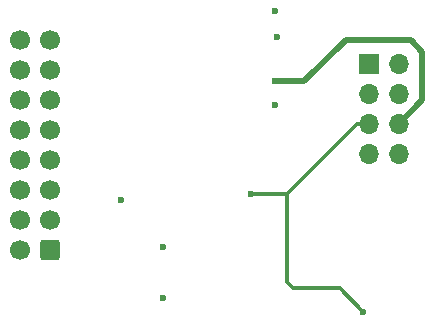
<source format=gbl>
%TF.GenerationSoftware,KiCad,Pcbnew,8.0.2*%
%TF.CreationDate,2024-09-09T09:37:27-05:00*%
%TF.ProjectId,wh3lk,7768336c-6b2e-46b6-9963-61645f706362,v2.0.0a*%
%TF.SameCoordinates,Original*%
%TF.FileFunction,Copper,L4,Bot*%
%TF.FilePolarity,Positive*%
%FSLAX46Y46*%
G04 Gerber Fmt 4.6, Leading zero omitted, Abs format (unit mm)*
G04 Created by KiCad (PCBNEW 8.0.2) date 2024-09-09 09:37:27*
%MOMM*%
%LPD*%
G01*
G04 APERTURE LIST*
G04 Aperture macros list*
%AMRoundRect*
0 Rectangle with rounded corners*
0 $1 Rounding radius*
0 $2 $3 $4 $5 $6 $7 $8 $9 X,Y pos of 4 corners*
0 Add a 4 corners polygon primitive as box body*
4,1,4,$2,$3,$4,$5,$6,$7,$8,$9,$2,$3,0*
0 Add four circle primitives for the rounded corners*
1,1,$1+$1,$2,$3*
1,1,$1+$1,$4,$5*
1,1,$1+$1,$6,$7*
1,1,$1+$1,$8,$9*
0 Add four rect primitives between the rounded corners*
20,1,$1+$1,$2,$3,$4,$5,0*
20,1,$1+$1,$4,$5,$6,$7,0*
20,1,$1+$1,$6,$7,$8,$9,0*
20,1,$1+$1,$8,$9,$2,$3,0*%
G04 Aperture macros list end*
%TA.AperFunction,ComponentPad*%
%ADD10R,1.700000X1.700000*%
%TD*%
%TA.AperFunction,ComponentPad*%
%ADD11O,1.700000X1.700000*%
%TD*%
%TA.AperFunction,ComponentPad*%
%ADD12RoundRect,0.250000X0.600000X0.600000X-0.600000X0.600000X-0.600000X-0.600000X0.600000X-0.600000X0*%
%TD*%
%TA.AperFunction,ComponentPad*%
%ADD13C,1.700000*%
%TD*%
%TA.AperFunction,ViaPad*%
%ADD14C,0.600000*%
%TD*%
%TA.AperFunction,Conductor*%
%ADD15C,0.500000*%
%TD*%
%TA.AperFunction,Conductor*%
%ADD16C,0.330000*%
%TD*%
G04 APERTURE END LIST*
D10*
%TO.P,J2,1,Pin_1*%
%TO.N,GND*%
X90960000Y-68500000D03*
D11*
%TO.P,J2,2,Pin_2*%
%TO.N,VREF-10*%
X93500000Y-68500000D03*
%TO.P,J2,3,Pin_3*%
%TO.N,+3.3VA*%
X90960000Y-71040000D03*
%TO.P,J2,4,Pin_4*%
%TO.N,+3.3V*%
X93500000Y-71040000D03*
%TO.P,J2,5,Pin_5*%
%TO.N,-12V*%
X90960000Y-73580000D03*
%TO.P,J2,6,Pin_6*%
%TO.N,+12V*%
X93500000Y-73580000D03*
%TO.P,J2,7,Pin_7*%
%TO.N,+5V*%
X90960000Y-76120000D03*
%TO.P,J2,8,Pin_8*%
%TO.N,GND*%
X93500000Y-76120000D03*
%TD*%
D12*
%TO.P,J1,1,-12V*%
%TO.N,RACK-12V*%
X64000000Y-84280000D03*
D13*
%TO.P,J1,2,-12V*%
X61460000Y-84280000D03*
%TO.P,J1,3,GND*%
%TO.N,GND*%
X64000000Y-81740000D03*
%TO.P,J1,4,GND*%
X61460000Y-81740000D03*
%TO.P,J1,5,GND*%
X64000000Y-79200000D03*
%TO.P,J1,6,GND*%
X61460000Y-79200000D03*
%TO.P,J1,7,GND*%
X64000000Y-76660000D03*
%TO.P,J1,8,GND*%
X61460000Y-76660000D03*
%TO.P,J1,9,+12V*%
%TO.N,RACK+12V*%
X64000000Y-74120000D03*
%TO.P,J1,10,+12V*%
X61460000Y-74120000D03*
%TO.P,J1,11,+5V*%
%TO.N,RACK+5V*%
X64000000Y-71580000D03*
%TO.P,J1,12*%
X61460000Y-71580000D03*
%TO.P,J1,13,CV*%
%TO.N,unconnected-(J1-CV-Pad13)*%
X64000000Y-69040000D03*
%TO.P,J1,14*%
%TO.N,N/C*%
X61460000Y-69040000D03*
%TO.P,J1,15,GATE*%
%TO.N,unconnected-(J1-GATE-Pad15)*%
X64000000Y-66500000D03*
%TO.P,J1,16*%
%TO.N,N/C*%
X61460000Y-66500000D03*
%TD*%
D14*
%TO.N,+5V*%
X73500000Y-88300000D03*
%TO.N,-12V*%
X90500000Y-89500000D03*
X81000000Y-79500000D03*
%TO.N,GND*%
X73500000Y-84000000D03*
X70000000Y-80000000D03*
X83000000Y-64000000D03*
X83000000Y-72000000D03*
%TO.N,+12V*%
X83000000Y-70000000D03*
%TO.N,+5V*%
X83200000Y-66200000D03*
%TD*%
D15*
%TO.N,+12V*%
X89000000Y-66500000D02*
X85500000Y-70000000D01*
X94500000Y-66500000D02*
X89000000Y-66500000D01*
X95500000Y-67500000D02*
X94500000Y-66500000D01*
X95500000Y-71580000D02*
X95500000Y-67500000D01*
X93500000Y-73580000D02*
X95500000Y-71580000D01*
X85500000Y-70000000D02*
X83000000Y-70000000D01*
D16*
%TO.N,-12V*%
X89920000Y-73580000D02*
X90960000Y-73580000D01*
X84000000Y-79500000D02*
X89920000Y-73580000D01*
X84500000Y-87500000D02*
X88500000Y-87500000D01*
X84000000Y-87000000D02*
X84500000Y-87500000D01*
X84000000Y-79500000D02*
X84000000Y-87000000D01*
X88500000Y-87500000D02*
X90500000Y-89500000D01*
X81000000Y-79500000D02*
X84000000Y-79500000D01*
%TD*%
M02*

</source>
